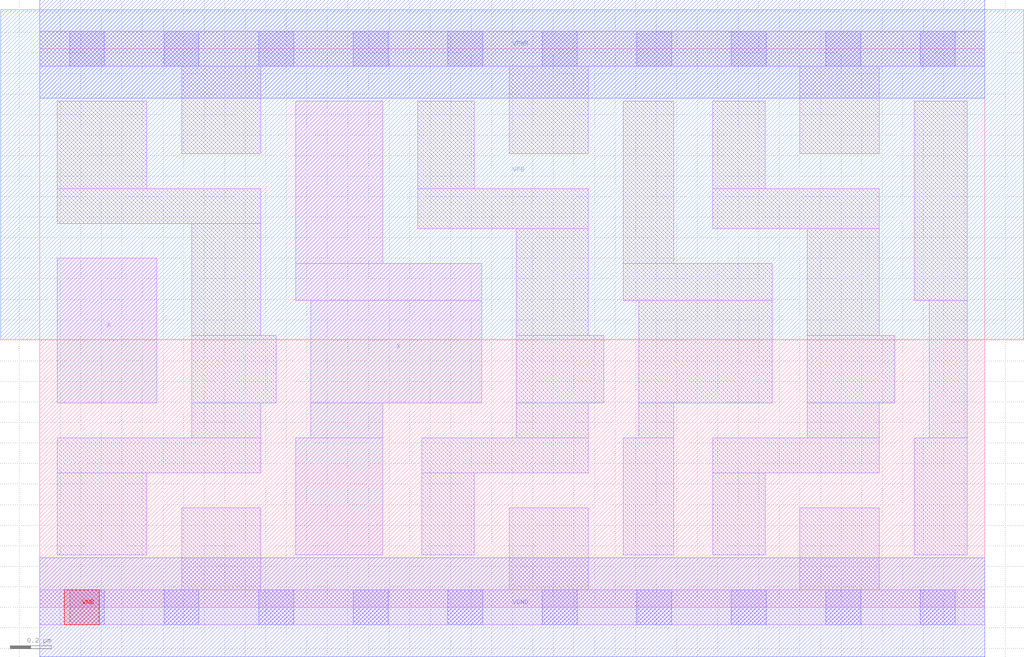
<source format=lef>
# Copyright 2020 The SkyWater PDK Authors
#
# Licensed under the Apache License, Version 2.0 (the "License");
# you may not use this file except in compliance with the License.
# You may obtain a copy of the License at
#
#     https://www.apache.org/licenses/LICENSE-2.0
#
# Unless required by applicable law or agreed to in writing, software
# distributed under the License is distributed on an "AS IS" BASIS,
# WITHOUT WARRANTIES OR CONDITIONS OF ANY KIND, either express or implied.
# See the License for the specific language governing permissions and
# limitations under the License.
#
# SPDX-License-Identifier: Apache-2.0

VERSION 5.7 ;
  NOWIREEXTENSIONATPIN ON ;
  DIVIDERCHAR "/" ;
  BUSBITCHARS "[]" ;
MACRO sky130_fd_sc_hd__dlymetal6s2s_1
  CLASS CORE ;
  FOREIGN sky130_fd_sc_hd__dlymetal6s2s_1 ;
  ORIGIN  0.000000  0.000000 ;
  SIZE  4.600000 BY  2.720000 ;
  SYMMETRY X Y R90 ;
  SITE unithd ;
  PIN A
    ANTENNAGATEAREA  0.126000 ;
    DIRECTION INPUT ;
    USE SIGNAL ;
    PORT
      LAYER li1 ;
        RECT 0.085000 0.995000 0.570000 1.700000 ;
    END
  END A
  PIN VNB
    PORT
      LAYER pwell ;
        RECT 0.120000 -0.085000 0.290000 0.085000 ;
    END
  END VNB
  PIN VPB
    PORT
      LAYER nwell ;
        RECT -0.190000 1.305000 4.790000 2.910000 ;
    END
  END VPB
  PIN X
    ANTENNADIFFAREA  0.429000 ;
    ANTENNAGATEAREA  0.126000 ;
    DIRECTION OUTPUT ;
    USE SIGNAL ;
    PORT
      LAYER li1 ;
        RECT 1.245000 0.255000 1.670000 0.825000 ;
        RECT 1.245000 1.495000 2.150000 1.675000 ;
        RECT 1.245000 1.675000 1.670000 2.465000 ;
        RECT 1.320000 0.825000 1.670000 0.995000 ;
        RECT 1.320000 0.995000 2.150000 1.495000 ;
    END
  END X
  PIN VGND
    DIRECTION INOUT ;
    SHAPE ABUTMENT ;
    USE GROUND ;
    PORT
      LAYER met1 ;
        RECT 0.000000 -0.240000 4.600000 0.240000 ;
    END
  END VGND
  PIN VPWR
    DIRECTION INOUT ;
    SHAPE ABUTMENT ;
    USE POWER ;
    PORT
      LAYER met1 ;
        RECT 0.000000 2.480000 4.600000 2.960000 ;
    END
  END VPWR
  OBS
    LAYER li1 ;
      RECT 0.000000 -0.085000 4.600000 0.085000 ;
      RECT 0.000000  2.635000 4.600000 2.805000 ;
      RECT 0.085000  0.255000 0.520000 0.655000 ;
      RECT 0.085000  0.655000 1.075000 0.825000 ;
      RECT 0.085000  1.870000 1.075000 2.040000 ;
      RECT 0.085000  2.040000 0.520000 2.465000 ;
      RECT 0.690000  0.085000 1.075000 0.485000 ;
      RECT 0.690000  2.210000 1.075000 2.635000 ;
      RECT 0.740000  0.825000 1.075000 0.995000 ;
      RECT 0.740000  0.995000 1.150000 1.325000 ;
      RECT 0.740000  1.325000 1.075000 1.870000 ;
      RECT 1.840000  1.845000 2.670000 2.040000 ;
      RECT 1.840000  2.040000 2.115000 2.465000 ;
      RECT 1.860000  0.255000 2.115000 0.655000 ;
      RECT 1.860000  0.655000 2.670000 0.825000 ;
      RECT 2.285000  0.085000 2.670000 0.485000 ;
      RECT 2.285000  2.210000 2.670000 2.635000 ;
      RECT 2.320000  0.825000 2.670000 0.995000 ;
      RECT 2.320000  0.995000 2.745000 1.325000 ;
      RECT 2.320000  1.325000 2.670000 1.845000 ;
      RECT 2.840000  0.255000 3.085000 0.825000 ;
      RECT 2.840000  1.495000 3.565000 1.675000 ;
      RECT 2.840000  1.675000 3.085000 2.465000 ;
      RECT 2.915000  0.825000 3.085000 0.995000 ;
      RECT 2.915000  0.995000 3.565000 1.495000 ;
      RECT 3.275000  0.255000 3.530000 0.655000 ;
      RECT 3.275000  0.655000 4.085000 0.825000 ;
      RECT 3.275000  1.845000 4.085000 2.040000 ;
      RECT 3.275000  2.040000 3.530000 2.465000 ;
      RECT 3.700000  0.085000 4.085000 0.485000 ;
      RECT 3.700000  2.210000 4.085000 2.635000 ;
      RECT 3.735000  0.825000 4.085000 0.995000 ;
      RECT 3.735000  0.995000 4.160000 1.325000 ;
      RECT 3.735000  1.325000 4.085000 1.845000 ;
      RECT 4.255000  0.255000 4.515000 0.825000 ;
      RECT 4.255000  1.495000 4.515000 2.465000 ;
      RECT 4.330000  0.825000 4.515000 1.495000 ;
    LAYER mcon ;
      RECT 0.145000 -0.085000 0.315000 0.085000 ;
      RECT 0.145000  2.635000 0.315000 2.805000 ;
      RECT 0.605000 -0.085000 0.775000 0.085000 ;
      RECT 0.605000  2.635000 0.775000 2.805000 ;
      RECT 1.065000 -0.085000 1.235000 0.085000 ;
      RECT 1.065000  2.635000 1.235000 2.805000 ;
      RECT 1.525000 -0.085000 1.695000 0.085000 ;
      RECT 1.525000  2.635000 1.695000 2.805000 ;
      RECT 1.985000 -0.085000 2.155000 0.085000 ;
      RECT 1.985000  2.635000 2.155000 2.805000 ;
      RECT 2.445000 -0.085000 2.615000 0.085000 ;
      RECT 2.445000  2.635000 2.615000 2.805000 ;
      RECT 2.905000 -0.085000 3.075000 0.085000 ;
      RECT 2.905000  2.635000 3.075000 2.805000 ;
      RECT 3.365000 -0.085000 3.535000 0.085000 ;
      RECT 3.365000  2.635000 3.535000 2.805000 ;
      RECT 3.825000 -0.085000 3.995000 0.085000 ;
      RECT 3.825000  2.635000 3.995000 2.805000 ;
      RECT 4.285000 -0.085000 4.455000 0.085000 ;
      RECT 4.285000  2.635000 4.455000 2.805000 ;
  END
END sky130_fd_sc_hd__dlymetal6s2s_1
END LIBRARY

</source>
